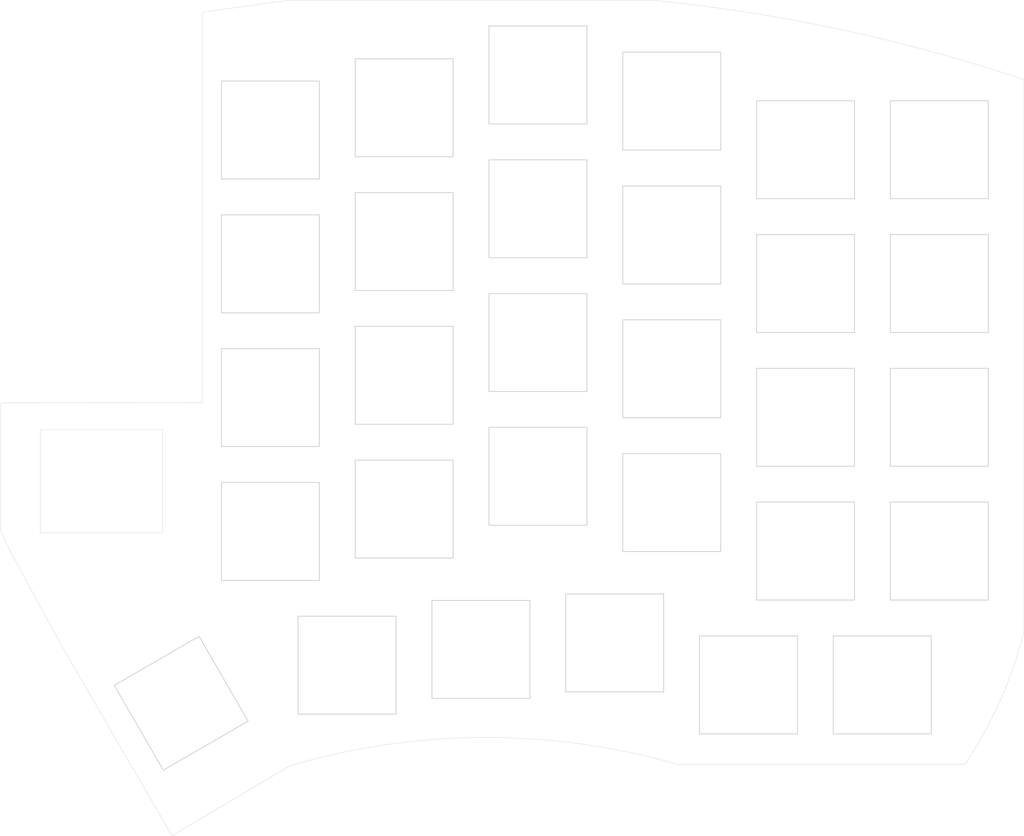
<source format=kicad_pcb>
(kicad_pcb (version 20171130) (host pcbnew "(5.1.8)-1")

  (general
    (thickness 1.6)
    (drawings 27)
    (tracks 0)
    (zones 0)
    (modules 38)
    (nets 1)
  )

  (page A)
  (layers
    (0 F.Cu signal)
    (31 B.Cu signal)
    (32 B.Adhes user)
    (33 F.Adhes user)
    (34 B.Paste user)
    (35 F.Paste user)
    (36 B.SilkS user)
    (37 F.SilkS user)
    (38 B.Mask user)
    (39 F.Mask user)
    (40 Dwgs.User user)
    (41 Cmts.User user)
    (42 Eco1.User user)
    (43 Eco2.User user)
    (44 Edge.Cuts user)
    (45 Margin user)
    (46 B.CrtYd user)
    (47 F.CrtYd user)
    (48 B.Fab user hide)
    (49 F.Fab user hide)
  )

  (setup
    (last_trace_width 0.25)
    (user_trace_width 0.5)
    (trace_clearance 0.2)
    (zone_clearance 0.508)
    (zone_45_only no)
    (trace_min 0.2)
    (via_size 0.8)
    (via_drill 0.4)
    (via_min_size 0.4)
    (via_min_drill 0.3)
    (user_via 0.6 0.4)
    (uvia_size 0.3)
    (uvia_drill 0.1)
    (uvias_allowed no)
    (uvia_min_size 0.2)
    (uvia_min_drill 0.1)
    (edge_width 0.05)
    (segment_width 0.2)
    (pcb_text_width 0.3)
    (pcb_text_size 1.5 1.5)
    (mod_edge_width 0.12)
    (mod_text_size 1 1)
    (mod_text_width 0.15)
    (pad_size 1.7 1)
    (pad_drill 0)
    (pad_to_mask_clearance 0)
    (aux_axis_origin 0 0)
    (visible_elements 7FFFF7FF)
    (pcbplotparams
      (layerselection 0x010fc_ffffffff)
      (usegerberextensions false)
      (usegerberattributes true)
      (usegerberadvancedattributes true)
      (creategerberjobfile true)
      (excludeedgelayer true)
      (linewidth 0.100000)
      (plotframeref false)
      (viasonmask false)
      (mode 1)
      (useauxorigin false)
      (hpglpennumber 1)
      (hpglpenspeed 20)
      (hpglpendiameter 15.000000)
      (psnegative false)
      (psa4output false)
      (plotreference true)
      (plotvalue true)
      (plotinvisibletext false)
      (padsonsilk false)
      (subtractmaskfromsilk false)
      (outputformat 1)
      (mirror false)
      (drillshape 1)
      (scaleselection 1)
      (outputdirectory ""))
  )

  (net 0 "")

  (net_class Default "This is the default net class."
    (clearance 0.2)
    (trace_width 0.25)
    (via_dia 0.8)
    (via_drill 0.4)
    (uvia_dia 0.3)
    (uvia_drill 0.1)
  )

  (module kbd:M2_HOLE_v2 locked (layer F.Cu) (tedit 5F7666A4) (tstamp 6026B439)
    (at 108.5625 87.75)
    (descr "Mounting Hole 2.2mm, no annular, M2")
    (tags "mounting hole 2.2mm no annular m2")
    (attr virtual)
    (fp_text reference REF** (at 0 -3.2) (layer Dwgs.User)
      (effects (font (size 1 1) (thickness 0.15)))
    )
    (fp_text value Val** (at 0 3.2) (layer F.Fab)
      (effects (font (size 1 1) (thickness 0.15)))
    )
    (fp_text user %R (at 0.3 0) (layer F.Fab)
      (effects (font (size 1 1) (thickness 0.15)))
    )
    (pad "" np_thru_hole circle (at 0 0) (size 4.3 4.3) (drill 4.3) (layers *.Cu *.Mask))
  )

  (module kbd:M2_HOLE_v2 locked (layer F.Cu) (tedit 5F7666A4) (tstamp 6026B485)
    (at 171.84375 30.5625)
    (descr "Mounting Hole 2.2mm, no annular, M2")
    (tags "mounting hole 2.2mm no annular m2")
    (attr virtual)
    (fp_text reference REF** (at 0 -3.2) (layer Dwgs.User)
      (effects (font (size 1 1) (thickness 0.15)))
    )
    (fp_text value Val** (at 0 3.2) (layer F.Fab)
      (effects (font (size 1 1) (thickness 0.15)))
    )
    (fp_text user %R (at 0.3 0) (layer F.Fab)
      (effects (font (size 1 1) (thickness 0.15)))
    )
    (pad "" np_thru_hole circle (at 0 0) (size 4.3 4.3) (drill 4.3) (layers *.Cu *.Mask))
  )

  (module kbd:M2_HOLE_v2 locked (layer F.Cu) (tedit 5F7666A4) (tstamp 6026B4D1)
    (at 106.552024 27.322976)
    (descr "Mounting Hole 2.2mm, no annular, M2")
    (tags "mounting hole 2.2mm no annular m2")
    (attr virtual)
    (fp_text reference REF** (at 0 -3.2) (layer Dwgs.User)
      (effects (font (size 1 1) (thickness 0.15)))
    )
    (fp_text value Val** (at 0 3.2) (layer F.Fab)
      (effects (font (size 1 1) (thickness 0.15)))
    )
    (fp_text user %R (at 0.3 0) (layer F.Fab)
      (effects (font (size 1 1) (thickness 0.15)))
    )
    (pad "" np_thru_hole circle (at 0 0) (size 4.3 4.3) (drill 4.3) (layers *.Cu *.Mask))
  )

  (module kbd:M2_HOLE_v2 locked (layer F.Cu) (tedit 5F7666A4) (tstamp 6026B51D)
    (at 200.71875 113.53125)
    (descr "Mounting Hole 2.2mm, no annular, M2")
    (tags "mounting hole 2.2mm no annular m2")
    (attr virtual)
    (fp_text reference REF** (at 0 -3.2) (layer Dwgs.User)
      (effects (font (size 1 1) (thickness 0.15)))
    )
    (fp_text value Val** (at 0 3.2) (layer F.Fab)
      (effects (font (size 1 1) (thickness 0.15)))
    )
    (fp_text user %R (at 0.3 0) (layer F.Fab)
      (effects (font (size 1 1) (thickness 0.15)))
    )
    (pad "" np_thru_hole circle (at 0 0) (size 4.3 4.3) (drill 4.3) (layers *.Cu *.Mask))
  )

  (module kbd:M2_HOLE_v2 locked (layer F.Cu) (tedit 5F7666A4) (tstamp 6026B569)
    (at 162.28125 106.03125)
    (descr "Mounting Hole 2.2mm, no annular, M2")
    (tags "mounting hole 2.2mm no annular m2")
    (attr virtual)
    (fp_text reference REF** (at 0 -3.2) (layer Dwgs.User)
      (effects (font (size 1 1) (thickness 0.15)))
    )
    (fp_text value Val** (at 0 3.2) (layer F.Fab)
      (effects (font (size 1 1) (thickness 0.15)))
    )
    (fp_text user %R (at 0.3 0) (layer F.Fab)
      (effects (font (size 1 1) (thickness 0.15)))
    )
    (pad "" np_thru_hole circle (at 0 0) (size 4.3 4.3) (drill 4.3) (layers *.Cu *.Mask))
  )

  (module kbd:M2_HOLE_v2 locked (layer F.Cu) (tedit 5F7666A4) (tstamp 6026B5B5)
    (at 97.59375 114.09375)
    (descr "Mounting Hole 2.2mm, no annular, M2")
    (tags "mounting hole 2.2mm no annular m2")
    (attr virtual)
    (fp_text reference REF** (at 0 -3.2) (layer Dwgs.User)
      (effects (font (size 1 1) (thickness 0.15)))
    )
    (fp_text value Val** (at 0 3.2) (layer F.Fab)
      (effects (font (size 1 1) (thickness 0.15)))
    )
    (fp_text user %R (at 0.3 0) (layer F.Fab)
      (effects (font (size 1 1) (thickness 0.15)))
    )
    (pad "" np_thru_hole circle (at 0 0) (size 4.3 4.3) (drill 4.3) (layers *.Cu *.Mask))
  )

  (module kbd:M2_HOLE_v2 locked (layer F.Cu) (tedit 5F7666A4) (tstamp 6026B82E)
    (at 146.8125 60.84375)
    (descr "Mounting Hole 2.2mm, no annular, M2")
    (tags "mounting hole 2.2mm no annular m2")
    (attr virtual)
    (fp_text reference REF** (at 0 -3.2) (layer Dwgs.User)
      (effects (font (size 1 1) (thickness 0.15)))
    )
    (fp_text value Val** (at 0 3.2) (layer F.Fab)
      (effects (font (size 1 1) (thickness 0.15)))
    )
    (fp_text user %R (at 0.3 0) (layer F.Fab)
      (effects (font (size 1 1) (thickness 0.15)))
    )
    (pad "" np_thru_hole circle (at 0 0) (size 4.3 4.3) (drill 4.3) (layers *.Cu *.Mask))
  )

  (module kbd:M2_HOLE_v2 locked (layer F.Cu) (tedit 5F7666A4) (tstamp 6026B82E)
    (at 185.53125 71.53125)
    (descr "Mounting Hole 2.2mm, no annular, M2")
    (tags "mounting hole 2.2mm no annular m2")
    (attr virtual)
    (fp_text reference REF** (at 0 -3.2) (layer Dwgs.User)
      (effects (font (size 1 1) (thickness 0.15)))
    )
    (fp_text value Val** (at 0 3.2) (layer F.Fab)
      (effects (font (size 1 1) (thickness 0.15)))
    )
    (fp_text user %R (at 0.3 0) (layer F.Fab)
      (effects (font (size 1 1) (thickness 0.15)))
    )
    (pad "" np_thru_hole circle (at 0 0) (size 4.3 4.3) (drill 4.3) (layers *.Cu *.Mask))
  )

  (module keebs:Choc_plate_hole locked (layer F.Cu) (tedit 6026583E) (tstamp 60252B38)
    (at 86.71875 121.96875 120)
    (path /6020CD67)
    (fp_text reference K24 (at 0 7.874 120) (layer Dwgs.User)
      (effects (font (size 1 1) (thickness 0.15)))
    )
    (fp_text value KEYSW (at 0 10.295 120) (layer F.Fab)
      (effects (font (size 1 1) (thickness 0.15)))
    )
    (fp_line (start -7 -7) (end 7 -7) (layer Edge.Cuts) (width 0.12))
    (fp_line (start -7 7) (end -7 -7) (layer Edge.Cuts) (width 0.12))
    (fp_line (start 7 7) (end 7 -7) (layer Edge.Cuts) (width 0.12))
    (fp_line (start -7 7) (end 7 7) (layer Edge.Cuts) (width 0.12))
  )

  (module keebs:Choc_plate_hole locked (layer F.Cu) (tedit 6026583E) (tstamp 60252B7E)
    (at 129.5625 114.28125 180)
    (path /60216E69)
    (fp_text reference K26 (at 0 7.874 180) (layer Dwgs.User)
      (effects (font (size 1 1) (thickness 0.15)))
    )
    (fp_text value KEYSW (at 0 10.295) (layer F.Fab)
      (effects (font (size 1 1) (thickness 0.15)))
    )
    (fp_line (start -7 -7) (end 7 -7) (layer Edge.Cuts) (width 0.12))
    (fp_line (start -7 7) (end -7 -7) (layer Edge.Cuts) (width 0.12))
    (fp_line (start 7 7) (end 7 -7) (layer Edge.Cuts) (width 0.12))
    (fp_line (start -7 7) (end 7 7) (layer Edge.Cuts) (width 0.12))
  )

  (module keebs:Choc_plate_hole locked (layer F.Cu) (tedit 6026583E) (tstamp 60252971)
    (at 195.09375 61.96875 180)
    (path /6021B8E6)
    (fp_text reference K11 (at 0 7.874) (layer Dwgs.User)
      (effects (font (size 1 1) (thickness 0.15)))
    )
    (fp_text value KEYSW (at 0 10.295) (layer F.Fab)
      (effects (font (size 1 1) (thickness 0.15)))
    )
    (fp_line (start -7 -7) (end 7 -7) (layer Edge.Cuts) (width 0.12))
    (fp_line (start -7 7) (end -7 -7) (layer Edge.Cuts) (width 0.12))
    (fp_line (start 7 7) (end 7 -7) (layer Edge.Cuts) (width 0.12))
    (fp_line (start -7 7) (end 7 7) (layer Edge.Cuts) (width 0.12))
  )

  (module keebs:Choc_plate_hole locked (layer F.Cu) (tedit 6026583E) (tstamp 60252BC4)
    (at 167.8125 119.34375 180)
    (path /6021ABFE)
    (fp_text reference K28 (at 0 7.874) (layer Dwgs.User)
      (effects (font (size 1 1) (thickness 0.15)))
    )
    (fp_text value KEYSW (at 0 10.295) (layer F.Fab)
      (effects (font (size 1 1) (thickness 0.15)))
    )
    (fp_line (start -7 -7) (end 7 -7) (layer Edge.Cuts) (width 0.12))
    (fp_line (start -7 7) (end -7 -7) (layer Edge.Cuts) (width 0.12))
    (fp_line (start 7 7) (end 7 -7) (layer Edge.Cuts) (width 0.12))
    (fp_line (start -7 7) (end 7 7) (layer Edge.Cuts) (width 0.12))
  )

  (module keebs:Choc_plate_hole locked (layer F.Cu) (tedit 6026583E) (tstamp 60258E52)
    (at 137.71875 51.28125 180)
    (path /60215F09)
    (fp_text reference K8 (at 0 7.874) (layer Dwgs.User)
      (effects (font (size 1 1) (thickness 0.15)))
    )
    (fp_text value KEYSW (at 0 10.295) (layer F.Fab)
      (effects (font (size 1 1) (thickness 0.15)))
    )
    (fp_line (start -7 -7) (end 7 -7) (layer Edge.Cuts) (width 0.12))
    (fp_line (start -7 7) (end -7 -7) (layer Edge.Cuts) (width 0.12))
    (fp_line (start 7 7) (end 7 -7) (layer Edge.Cuts) (width 0.12))
    (fp_line (start -7 7) (end 7 7) (layer Edge.Cuts) (width 0.12))
  )

  (module keebs:Choc_plate_hole locked (layer F.Cu) (tedit 6026583E) (tstamp 60252813)
    (at 118.59375 36.84375 180)
    (path /6020B180)
    (fp_text reference K1 (at 0 7.874) (layer Dwgs.User)
      (effects (font (size 1 1) (thickness 0.15)))
    )
    (fp_text value KEYSW (at 0 10.295) (layer F.Fab)
      (effects (font (size 1 1) (thickness 0.15)))
    )
    (fp_line (start -7 -7) (end 7 -7) (layer Edge.Cuts) (width 0.12))
    (fp_line (start -7 7) (end -7 -7) (layer Edge.Cuts) (width 0.12))
    (fp_line (start 7 7) (end 7 -7) (layer Edge.Cuts) (width 0.12))
    (fp_line (start -7 7) (end 7 7) (layer Edge.Cuts) (width 0.12))
  )

  (module keebs:Choc_plate_hole locked (layer F.Cu) (tedit 6026583E) (tstamp 60258EB8)
    (at 137.71875 32.15625 180)
    (path /6021397D)
    (fp_text reference K2 (at 0 7.874) (layer Dwgs.User)
      (effects (font (size 1 1) (thickness 0.15)))
    )
    (fp_text value KEYSW (at 0 10.295) (layer F.Fab)
      (effects (font (size 1 1) (thickness 0.15)))
    )
    (fp_line (start -7 -7) (end 7 -7) (layer Edge.Cuts) (width 0.12))
    (fp_line (start -7 7) (end -7 -7) (layer Edge.Cuts) (width 0.12))
    (fp_line (start 7 7) (end 7 -7) (layer Edge.Cuts) (width 0.12))
    (fp_line (start -7 7) (end 7 7) (layer Edge.Cuts) (width 0.12))
  )

  (module keebs:Choc_plate_hole locked (layer F.Cu) (tedit 6026583E) (tstamp 60252859)
    (at 156.84375 35.90625 180)
    (path /60217456)
    (fp_text reference K3 (at 0 7.874) (layer Dwgs.User)
      (effects (font (size 1 1) (thickness 0.15)))
    )
    (fp_text value KEYSW (at 0 10.295) (layer F.Fab)
      (effects (font (size 1 1) (thickness 0.15)))
    )
    (fp_line (start -7 -7) (end 7 -7) (layer Edge.Cuts) (width 0.12))
    (fp_line (start -7 7) (end -7 -7) (layer Edge.Cuts) (width 0.12))
    (fp_line (start 7 7) (end 7 -7) (layer Edge.Cuts) (width 0.12))
    (fp_line (start -7 7) (end 7 7) (layer Edge.Cuts) (width 0.12))
  )

  (module keebs:Choc_plate_hole locked (layer F.Cu) (tedit 6026583E) (tstamp 6025287C)
    (at 175.96875 42.84375 180)
    (path /60219319)
    (fp_text reference K4 (at 0 7.874) (layer Dwgs.User)
      (effects (font (size 1 1) (thickness 0.15)))
    )
    (fp_text value KEYSW (at 0 10.295) (layer F.Fab)
      (effects (font (size 1 1) (thickness 0.15)))
    )
    (fp_line (start -7 -7) (end 7 -7) (layer Edge.Cuts) (width 0.12))
    (fp_line (start -7 7) (end -7 -7) (layer Edge.Cuts) (width 0.12))
    (fp_line (start 7 7) (end 7 -7) (layer Edge.Cuts) (width 0.12))
    (fp_line (start -7 7) (end 7 7) (layer Edge.Cuts) (width 0.12))
  )

  (module keebs:Choc_plate_hole locked (layer F.Cu) (tedit 6026583E) (tstamp 6025289F)
    (at 195.09375 42.84375 180)
    (path /6021B137)
    (fp_text reference K5 (at 0 7.874) (layer Dwgs.User)
      (effects (font (size 1 1) (thickness 0.15)))
    )
    (fp_text value KEYSW (at 0 10.295) (layer F.Fab)
      (effects (font (size 1 1) (thickness 0.15)))
    )
    (fp_line (start -7 -7) (end 7 -7) (layer Edge.Cuts) (width 0.12))
    (fp_line (start -7 7) (end -7 -7) (layer Edge.Cuts) (width 0.12))
    (fp_line (start 7 7) (end 7 -7) (layer Edge.Cuts) (width 0.12))
    (fp_line (start -7 7) (end 7 7) (layer Edge.Cuts) (width 0.12))
  )

  (module keebs:Choc_plate_hole locked (layer F.Cu) (tedit 6026583E) (tstamp 602528C2)
    (at 99.46875 59.15625 180)
    (path /6020BAF1)
    (fp_text reference K6 (at 0 7.874) (layer Dwgs.User)
      (effects (font (size 1 1) (thickness 0.15)))
    )
    (fp_text value KEYSW (at 0 10.295) (layer F.Fab)
      (effects (font (size 1 1) (thickness 0.15)))
    )
    (fp_line (start -7 -7) (end 7 -7) (layer Edge.Cuts) (width 0.12))
    (fp_line (start -7 7) (end -7 -7) (layer Edge.Cuts) (width 0.12))
    (fp_line (start 7 7) (end 7 -7) (layer Edge.Cuts) (width 0.12))
    (fp_line (start -7 7) (end 7 7) (layer Edge.Cuts) (width 0.12))
  )

  (module keebs:Choc_plate_hole locked (layer F.Cu) (tedit 6026583E) (tstamp 602528E5)
    (at 118.59375 55.96875 180)
    (path /6020D2F0)
    (fp_text reference K7 (at 0 7.874) (layer Dwgs.User)
      (effects (font (size 1 1) (thickness 0.15)))
    )
    (fp_text value KEYSW (at 0 10.295) (layer F.Fab)
      (effects (font (size 1 1) (thickness 0.15)))
    )
    (fp_line (start -7 -7) (end 7 -7) (layer Edge.Cuts) (width 0.12))
    (fp_line (start -7 7) (end -7 -7) (layer Edge.Cuts) (width 0.12))
    (fp_line (start 7 7) (end 7 -7) (layer Edge.Cuts) (width 0.12))
    (fp_line (start -7 7) (end 7 7) (layer Edge.Cuts) (width 0.12))
  )

  (module keebs:Choc_plate_hole locked (layer F.Cu) (tedit 6026583E) (tstamp 6026BB23)
    (at 156.84375 55.03125 180)
    (path /60217B0B)
    (fp_text reference K9 (at 0 7.874) (layer Dwgs.User)
      (effects (font (size 1 1) (thickness 0.15)))
    )
    (fp_text value KEYSW (at 0 10.295) (layer F.Fab)
      (effects (font (size 1 1) (thickness 0.15)))
    )
    (fp_line (start -7 -7) (end 7 -7) (layer Edge.Cuts) (width 0.12))
    (fp_line (start -7 7) (end -7 -7) (layer Edge.Cuts) (width 0.12))
    (fp_line (start 7 7) (end 7 -7) (layer Edge.Cuts) (width 0.12))
    (fp_line (start -7 7) (end 7 7) (layer Edge.Cuts) (width 0.12))
  )

  (module keebs:Choc_plate_hole (layer F.Cu) (tedit 6026583E) (tstamp 6025294E)
    (at 175.96875 61.96875 180)
    (path /60219AC8)
    (fp_text reference K10 (at 0 7.874) (layer Dwgs.User)
      (effects (font (size 1 1) (thickness 0.15)))
    )
    (fp_text value KEYSW (at 0 10.295) (layer F.Fab)
      (effects (font (size 1 1) (thickness 0.15)))
    )
    (fp_line (start -7 -7) (end 7 -7) (layer Edge.Cuts) (width 0.12))
    (fp_line (start -7 7) (end -7 -7) (layer Edge.Cuts) (width 0.12))
    (fp_line (start 7 7) (end 7 -7) (layer Edge.Cuts) (width 0.12))
    (fp_line (start -7 7) (end 7 7) (layer Edge.Cuts) (width 0.12))
  )

  (module keebs:Choc_plate_hole locked (layer F.Cu) (tedit 6026583E) (tstamp 60252994)
    (at 99.46875 78.28125 180)
    (path /6020C2E6)
    (fp_text reference K12 (at 0 7.874) (layer Dwgs.User)
      (effects (font (size 1 1) (thickness 0.15)))
    )
    (fp_text value KEYSW (at 0 10.295) (layer F.Fab)
      (effects (font (size 1 1) (thickness 0.15)))
    )
    (fp_line (start -7 -7) (end 7 -7) (layer Edge.Cuts) (width 0.12))
    (fp_line (start -7 7) (end -7 -7) (layer Edge.Cuts) (width 0.12))
    (fp_line (start 7 7) (end 7 -7) (layer Edge.Cuts) (width 0.12))
    (fp_line (start -7 7) (end 7 7) (layer Edge.Cuts) (width 0.12))
  )

  (module keebs:Choc_plate_hole locked (layer F.Cu) (tedit 6026583E) (tstamp 602529B7)
    (at 118.59375 75.09375 180)
    (path /6020D8DD)
    (fp_text reference K13 (at 0 7.874) (layer Dwgs.User)
      (effects (font (size 1 1) (thickness 0.15)))
    )
    (fp_text value KEYSW (at 0 10.295) (layer F.Fab)
      (effects (font (size 1 1) (thickness 0.15)))
    )
    (fp_line (start -7 -7) (end 7 -7) (layer Edge.Cuts) (width 0.12))
    (fp_line (start -7 7) (end -7 -7) (layer Edge.Cuts) (width 0.12))
    (fp_line (start 7 7) (end 7 -7) (layer Edge.Cuts) (width 0.12))
    (fp_line (start -7 7) (end 7 7) (layer Edge.Cuts) (width 0.12))
  )

  (module keebs:Choc_plate_hole locked (layer F.Cu) (tedit 6026583E) (tstamp 60258DEC)
    (at 137.71875 70.40625 180)
    (path /60216447)
    (fp_text reference K14 (at 0 7.874) (layer Dwgs.User)
      (effects (font (size 1 1) (thickness 0.15)))
    )
    (fp_text value KEYSW (at 0 10.295) (layer F.Fab)
      (effects (font (size 1 1) (thickness 0.15)))
    )
    (fp_line (start -7 -7) (end 7 -7) (layer Edge.Cuts) (width 0.12))
    (fp_line (start -7 7) (end -7 -7) (layer Edge.Cuts) (width 0.12))
    (fp_line (start 7 7) (end 7 -7) (layer Edge.Cuts) (width 0.12))
    (fp_line (start -7 7) (end 7 7) (layer Edge.Cuts) (width 0.12))
  )

  (module keebs:Choc_plate_hole locked (layer F.Cu) (tedit 6026583E) (tstamp 602529FD)
    (at 156.84375 74.15625 180)
    (path /60217FD6)
    (fp_text reference K15 (at 0 7.874) (layer Dwgs.User)
      (effects (font (size 1 1) (thickness 0.15)))
    )
    (fp_text value KEYSW (at 0 10.295) (layer F.Fab)
      (effects (font (size 1 1) (thickness 0.15)))
    )
    (fp_line (start -7 -7) (end 7 -7) (layer Edge.Cuts) (width 0.12))
    (fp_line (start -7 7) (end -7 -7) (layer Edge.Cuts) (width 0.12))
    (fp_line (start 7 7) (end 7 -7) (layer Edge.Cuts) (width 0.12))
    (fp_line (start -7 7) (end 7 7) (layer Edge.Cuts) (width 0.12))
  )

  (module keebs:Choc_plate_hole locked (layer F.Cu) (tedit 6026583E) (tstamp 60252A20)
    (at 175.96875 81.09375 180)
    (path /6021A1F5)
    (fp_text reference K16 (at 0 7.874) (layer Dwgs.User)
      (effects (font (size 1 1) (thickness 0.15)))
    )
    (fp_text value KEYSW (at 0 10.295) (layer F.Fab)
      (effects (font (size 1 1) (thickness 0.15)))
    )
    (fp_line (start -7 -7) (end 7 -7) (layer Edge.Cuts) (width 0.12))
    (fp_line (start -7 7) (end -7 -7) (layer Edge.Cuts) (width 0.12))
    (fp_line (start 7 7) (end 7 -7) (layer Edge.Cuts) (width 0.12))
    (fp_line (start -7 7) (end 7 7) (layer Edge.Cuts) (width 0.12))
  )

  (module keebs:Choc_plate_hole locked (layer F.Cu) (tedit 6026583E) (tstamp 60252A43)
    (at 195.09375 81.09375 180)
    (path /6021BDF2)
    (fp_text reference K17 (at 0 7.874) (layer Dwgs.User)
      (effects (font (size 1 1) (thickness 0.15)))
    )
    (fp_text value KEYSW (at 0 10.295) (layer F.Fab)
      (effects (font (size 1 1) (thickness 0.15)))
    )
    (fp_line (start -7 -7) (end 7 -7) (layer Edge.Cuts) (width 0.12))
    (fp_line (start -7 7) (end -7 -7) (layer Edge.Cuts) (width 0.12))
    (fp_line (start 7 7) (end 7 -7) (layer Edge.Cuts) (width 0.12))
    (fp_line (start -7 7) (end 7 7) (layer Edge.Cuts) (width 0.12))
  )

  (module keebs:Choc_plate_hole locked (layer F.Cu) (tedit 6026583E) (tstamp 60252A66)
    (at 99.46875 97.40625 180)
    (path /6020C8D8)
    (fp_text reference K18 (at 0 7.874) (layer Dwgs.User)
      (effects (font (size 1 1) (thickness 0.15)))
    )
    (fp_text value KEYSW (at 0 10.295) (layer F.Fab)
      (effects (font (size 1 1) (thickness 0.15)))
    )
    (fp_line (start -7 -7) (end 7 -7) (layer Edge.Cuts) (width 0.12))
    (fp_line (start -7 7) (end -7 -7) (layer Edge.Cuts) (width 0.12))
    (fp_line (start 7 7) (end 7 -7) (layer Edge.Cuts) (width 0.12))
    (fp_line (start -7 7) (end 7 7) (layer Edge.Cuts) (width 0.12))
  )

  (module keebs:Choc_plate_hole locked (layer F.Cu) (tedit 6026583E) (tstamp 6025CED4)
    (at 118.59375 94.21875 180)
    (path /6020DFA1)
    (fp_text reference K19 (at 0 7.874) (layer Dwgs.User)
      (effects (font (size 1 1) (thickness 0.15)))
    )
    (fp_text value KEYSW (at 0 10.295) (layer F.Fab)
      (effects (font (size 1 1) (thickness 0.15)))
    )
    (fp_line (start -7 -7) (end 7 -7) (layer Edge.Cuts) (width 0.12))
    (fp_line (start -7 7) (end -7 -7) (layer Edge.Cuts) (width 0.12))
    (fp_line (start 7 7) (end 7 -7) (layer Edge.Cuts) (width 0.12))
    (fp_line (start -7 7) (end 7 7) (layer Edge.Cuts) (width 0.12))
  )

  (module keebs:Choc_plate_hole locked (layer F.Cu) (tedit 6026583E) (tstamp 60258D86)
    (at 137.71875 89.53125 180)
    (path /602168B3)
    (fp_text reference K20 (at 0 7.874) (layer Dwgs.User)
      (effects (font (size 1 1) (thickness 0.15)))
    )
    (fp_text value KEYSW (at 0 10.295) (layer F.Fab)
      (effects (font (size 1 1) (thickness 0.15)))
    )
    (fp_line (start -7 -7) (end 7 -7) (layer Edge.Cuts) (width 0.12))
    (fp_line (start -7 7) (end -7 -7) (layer Edge.Cuts) (width 0.12))
    (fp_line (start 7 7) (end 7 -7) (layer Edge.Cuts) (width 0.12))
    (fp_line (start -7 7) (end 7 7) (layer Edge.Cuts) (width 0.12))
  )

  (module keebs:Choc_plate_hole locked (layer F.Cu) (tedit 6026583E) (tstamp 60252ACF)
    (at 156.84375 93.28125 180)
    (path /602185EB)
    (fp_text reference K21 (at 0 7.874) (layer Dwgs.User)
      (effects (font (size 1 1) (thickness 0.15)))
    )
    (fp_text value KEYSW (at 0 10.295) (layer F.Fab)
      (effects (font (size 1 1) (thickness 0.15)))
    )
    (fp_line (start -7 -7) (end 7 -7) (layer Edge.Cuts) (width 0.12))
    (fp_line (start -7 7) (end -7 -7) (layer Edge.Cuts) (width 0.12))
    (fp_line (start 7 7) (end 7 -7) (layer Edge.Cuts) (width 0.12))
    (fp_line (start -7 7) (end 7 7) (layer Edge.Cuts) (width 0.12))
  )

  (module keebs:Choc_plate_hole locked (layer F.Cu) (tedit 6026583E) (tstamp 60252AF2)
    (at 175.96875 100.21875 180)
    (path /6021A710)
    (fp_text reference K22 (at 0 7.874) (layer Dwgs.User)
      (effects (font (size 1 1) (thickness 0.15)))
    )
    (fp_text value KEYSW (at 0 10.295) (layer F.Fab)
      (effects (font (size 1 1) (thickness 0.15)))
    )
    (fp_line (start -7 -7) (end 7 -7) (layer Edge.Cuts) (width 0.12))
    (fp_line (start -7 7) (end -7 -7) (layer Edge.Cuts) (width 0.12))
    (fp_line (start 7 7) (end 7 -7) (layer Edge.Cuts) (width 0.12))
    (fp_line (start -7 7) (end 7 7) (layer Edge.Cuts) (width 0.12))
  )

  (module keebs:Choc_plate_hole locked (layer F.Cu) (tedit 6026583E) (tstamp 60252B15)
    (at 195.09375 100.21875 180)
    (path /6021C3AD)
    (fp_text reference K23 (at 0 7.874) (layer Dwgs.User)
      (effects (font (size 1 1) (thickness 0.15)))
    )
    (fp_text value KEYSW (at 0 10.295) (layer F.Fab)
      (effects (font (size 1 1) (thickness 0.15)))
    )
    (fp_line (start -7 -7) (end 7 -7) (layer Edge.Cuts) (width 0.12))
    (fp_line (start -7 7) (end -7 -7) (layer Edge.Cuts) (width 0.12))
    (fp_line (start 7 7) (end 7 -7) (layer Edge.Cuts) (width 0.12))
    (fp_line (start -7 7) (end 7 7) (layer Edge.Cuts) (width 0.12))
  )

  (module keebs:Choc_plate_hole locked (layer F.Cu) (tedit 6026583E) (tstamp 60252B5B)
    (at 110.4375 116.53125 180)
    (path /6020E4AD)
    (fp_text reference K25 (at 0 7.874) (layer Dwgs.User)
      (effects (font (size 1 1) (thickness 0.15)))
    )
    (fp_text value KEYSW (at 0 10.295) (layer F.Fab)
      (effects (font (size 1 1) (thickness 0.15)))
    )
    (fp_line (start -7 -7) (end 7 -7) (layer Edge.Cuts) (width 0.12))
    (fp_line (start -7 7) (end -7 -7) (layer Edge.Cuts) (width 0.12))
    (fp_line (start 7 7) (end 7 -7) (layer Edge.Cuts) (width 0.12))
    (fp_line (start -7 7) (end 7 7) (layer Edge.Cuts) (width 0.12))
  )

  (module keebs:Choc_plate_hole locked (layer F.Cu) (tedit 6026583E) (tstamp 60252BA1)
    (at 148.6875 113.34375 180)
    (path /60218C6E)
    (fp_text reference K27 (at 0 7.874) (layer Dwgs.User)
      (effects (font (size 1 1) (thickness 0.15)))
    )
    (fp_text value KEYSW (at 0 10.295) (layer F.Fab)
      (effects (font (size 1 1) (thickness 0.15)))
    )
    (fp_line (start -7 -7) (end 7 -7) (layer Edge.Cuts) (width 0.12))
    (fp_line (start -7 7) (end -7 -7) (layer Edge.Cuts) (width 0.12))
    (fp_line (start 7 7) (end 7 -7) (layer Edge.Cuts) (width 0.12))
    (fp_line (start -7 7) (end 7 7) (layer Edge.Cuts) (width 0.12))
  )

  (module keebs:Choc_plate_hole locked (layer F.Cu) (tedit 6026583E) (tstamp 60252BE7)
    (at 186.9375 119.34375 180)
    (path /6021C981)
    (fp_text reference K29 (at 0 7.874) (layer Dwgs.User)
      (effects (font (size 1 1) (thickness 0.15)))
    )
    (fp_text value KEYSW (at 0 10.295) (layer F.Fab)
      (effects (font (size 1 1) (thickness 0.15)))
    )
    (fp_line (start -7 -7) (end 7 -7) (layer Edge.Cuts) (width 0.12))
    (fp_line (start -7 7) (end -7 -7) (layer Edge.Cuts) (width 0.12))
    (fp_line (start 7 7) (end 7 -7) (layer Edge.Cuts) (width 0.12))
    (fp_line (start -7 7) (end 7 7) (layer Edge.Cuts) (width 0.12))
  )

  (module keebs:Choc_plate_hole locked (layer F.Cu) (tedit 6026583E) (tstamp 602527F0)
    (at 99.46875 40.03125 180)
    (path /6020903B)
    (fp_text reference K0 (at 0 7.874) (layer Dwgs.User)
      (effects (font (size 1 1) (thickness 0.15)))
    )
    (fp_text value KEYSW (at 0 10.295) (layer F.Fab)
      (effects (font (size 1 1) (thickness 0.15)))
    )
    (fp_line (start -7 -7) (end 7 -7) (layer Edge.Cuts) (width 0.12))
    (fp_line (start -7 7) (end -7 -7) (layer Edge.Cuts) (width 0.12))
    (fp_line (start 7 7) (end 7 -7) (layer Edge.Cuts) (width 0.12))
    (fp_line (start -7 7) (end 7 7) (layer Edge.Cuts) (width 0.12))
  )

  (gr_line (start 84.06384 82.90052) (end 66.56324 82.90052) (layer Edge.Cuts) (width 0.05) (tstamp 6026C6AD))
  (gr_line (start 84.06384 97.60204) (end 84.06384 82.90052) (layer Edge.Cuts) (width 0.05))
  (gr_line (start 66.56324 97.60204) (end 84.06384 97.60204) (layer Edge.Cuts) (width 0.05))
  (gr_line (start 66.56324 97.59696) (end 66.56324 97.60204) (layer Edge.Cuts) (width 0.05))
  (gr_line (start 66.56324 82.90052) (end 66.56324 97.59696) (layer Edge.Cuts) (width 0.05))
  (gr_line (start 90.5625 23.0625) (end 90.27 23.06) (layer Edge.Cuts) (width 0.05) (tstamp 6026C2FD))
  (gr_line (start 60.87 79.54) (end 60.843751 97.031249) (layer Edge.Cuts) (width 0.05) (tstamp 6026C2FA))
  (gr_line (start 61.38 79.03) (end 89.71 79.02) (layer Edge.Cuts) (width 0.05) (tstamp 6026C2F6))
  (gr_arc (start 61.38 79.54) (end 61.38 79.03) (angle -90) (layer Edge.Cuts) (width 0.05) (tstamp 6026C2F1))
  (gr_line (start 89.73 23.6) (end 89.71 79.02) (layer Edge.Cuts) (width 0.05) (tstamp 6026C2E8))
  (gr_arc (start 90.27 23.6) (end 90.27 23.06) (angle -90) (layer Edge.Cuts) (width 0.05))
  (gr_line (start 207.1875 32.8125) (end 207.1875 109.875) (layer Edge.Cuts) (width 0.05))
  (gr_line (start 90.5625 23.0625) (end 102.1875 21.46875) (layer Edge.Cuts) (width 0.05) (tstamp 6026B104))
  (gr_line (start 85.40625 140.90625) (end 102.289528 130.903075) (layer Edge.Cuts) (width 0.05) (tstamp 6026B103))
  (gr_arc (start 130.3125 225.9375) (end 157.593749 130.687501) (angle -32.41193141) (layer Edge.Cuts) (width 0.05))
  (gr_line (start 69.65625 113.8125) (end 62.604095 100.826158) (layer Edge.Cuts) (width 0.05) (tstamp 6026B0F6))
  (gr_arc (start 87.84375 86.8125) (end 60.843751 97.031249) (angle -8.309818274) (layer Edge.Cuts) (width 0.05))
  (gr_line (start 85.40625 140.90625) (end 69.65625 113.8125) (layer Edge.Cuts) (width 0.05))
  (gr_line (start 198.75 130.6875) (end 157.593749 130.687501) (layer Edge.Cuts) (width 0.05) (tstamp 6026B0F5))
  (gr_arc (start 148.5 96.9375) (end 198.749999 130.687499) (angle -19.72157471) (layer Edge.Cuts) (width 0.05))
  (gr_line (start 207.1875 111.5625) (end 207.1875 111.75) (layer Edge.Cuts) (width 0.05))
  (gr_line (start 207.1875 110.8125) (end 207.1875 111.5625) (layer Edge.Cuts) (width 0.05))
  (gr_line (start 207.1875 110.53125) (end 207.1875 110.8125) (layer Edge.Cuts) (width 0.05))
  (gr_line (start 207.1875 110.15625) (end 207.1875 110.53125) (layer Edge.Cuts) (width 0.05))
  (gr_line (start 207.1875 109.875) (end 207.1875 110.15625) (layer Edge.Cuts) (width 0.05))
  (gr_line (start 153.946843 21.467027) (end 102.1875 21.46875) (layer Edge.Cuts) (width 0.05))
  (gr_arc (start 130.3125 262.96875) (end 207.187499 32.812501) (angle -12.88054926) (layer Edge.Cuts) (width 0.05))

)

</source>
